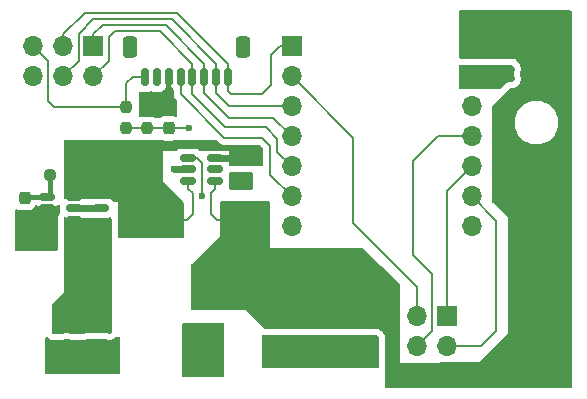
<source format=gbr>
%TF.GenerationSoftware,KiCad,Pcbnew,9.0.0*%
%TF.CreationDate,2025-05-03T14:05:23-04:00*%
%TF.ProjectId,Drone_ESC_Bridge,44726f6e-655f-4455-9343-5f4272696467,v1.1*%
%TF.SameCoordinates,Original*%
%TF.FileFunction,Copper,L1,Top*%
%TF.FilePolarity,Positive*%
%FSLAX46Y46*%
G04 Gerber Fmt 4.6, Leading zero omitted, Abs format (unit mm)*
G04 Created by KiCad (PCBNEW 9.0.0) date 2025-05-03 14:05:23*
%MOMM*%
%LPD*%
G01*
G04 APERTURE LIST*
G04 Aperture macros list*
%AMRoundRect*
0 Rectangle with rounded corners*
0 $1 Rounding radius*
0 $2 $3 $4 $5 $6 $7 $8 $9 X,Y pos of 4 corners*
0 Add a 4 corners polygon primitive as box body*
4,1,4,$2,$3,$4,$5,$6,$7,$8,$9,$2,$3,0*
0 Add four circle primitives for the rounded corners*
1,1,$1+$1,$2,$3*
1,1,$1+$1,$4,$5*
1,1,$1+$1,$6,$7*
1,1,$1+$1,$8,$9*
0 Add four rect primitives between the rounded corners*
20,1,$1+$1,$2,$3,$4,$5,0*
20,1,$1+$1,$4,$5,$6,$7,0*
20,1,$1+$1,$6,$7,$8,$9,0*
20,1,$1+$1,$8,$9,$2,$3,0*%
G04 Aperture macros list end*
%TA.AperFunction,SMDPad,CuDef*%
%ADD10RoundRect,0.249999X-0.450001X-1.075001X0.450001X-1.075001X0.450001X1.075001X-0.450001X1.075001X0*%
%TD*%
%TA.AperFunction,ComponentPad*%
%ADD11R,1.700000X1.700000*%
%TD*%
%TA.AperFunction,ComponentPad*%
%ADD12O,1.700000X1.700000*%
%TD*%
%TA.AperFunction,SMDPad,CuDef*%
%ADD13RoundRect,0.150000X-0.150000X-0.625000X0.150000X-0.625000X0.150000X0.625000X-0.150000X0.625000X0*%
%TD*%
%TA.AperFunction,SMDPad,CuDef*%
%ADD14RoundRect,0.250000X-0.350000X-0.650000X0.350000X-0.650000X0.350000X0.650000X-0.350000X0.650000X0*%
%TD*%
%TA.AperFunction,SMDPad,CuDef*%
%ADD15RoundRect,0.237500X-0.237500X0.300000X-0.237500X-0.300000X0.237500X-0.300000X0.237500X0.300000X0*%
%TD*%
%TA.AperFunction,SMDPad,CuDef*%
%ADD16RoundRect,0.237500X0.237500X-0.300000X0.237500X0.300000X-0.237500X0.300000X-0.237500X-0.300000X0*%
%TD*%
%TA.AperFunction,SMDPad,CuDef*%
%ADD17RoundRect,0.237500X-0.237500X0.250000X-0.237500X-0.250000X0.237500X-0.250000X0.237500X0.250000X0*%
%TD*%
%TA.AperFunction,SMDPad,CuDef*%
%ADD18RoundRect,0.150000X-0.512500X-0.150000X0.512500X-0.150000X0.512500X0.150000X-0.512500X0.150000X0*%
%TD*%
%TA.AperFunction,SMDPad,CuDef*%
%ADD19RoundRect,0.250000X-0.550000X1.500000X-0.550000X-1.500000X0.550000X-1.500000X0.550000X1.500000X0*%
%TD*%
%TA.AperFunction,SMDPad,CuDef*%
%ADD20RoundRect,0.237500X0.300000X0.237500X-0.300000X0.237500X-0.300000X-0.237500X0.300000X-0.237500X0*%
%TD*%
%TA.AperFunction,SMDPad,CuDef*%
%ADD21RoundRect,0.237500X0.250000X0.237500X-0.250000X0.237500X-0.250000X-0.237500X0.250000X-0.237500X0*%
%TD*%
%TA.AperFunction,SMDPad,CuDef*%
%ADD22RoundRect,0.237500X0.237500X-0.250000X0.237500X0.250000X-0.237500X0.250000X-0.237500X-0.250000X0*%
%TD*%
%TA.AperFunction,ViaPad*%
%ADD23C,0.600000*%
%TD*%
%TA.AperFunction,Conductor*%
%ADD24C,0.200000*%
%TD*%
%TA.AperFunction,Conductor*%
%ADD25C,0.600000*%
%TD*%
%TA.AperFunction,Conductor*%
%ADD26C,0.400000*%
%TD*%
G04 APERTURE END LIST*
D10*
%TO.P,R1,1*%
%TO.N,VIN*%
X129980000Y-121492000D03*
%TO.P,R1,2*%
%TO.N,+5V*%
X134780000Y-121492000D03*
%TD*%
D11*
%TO.P,SPI1,1,Pin_1*%
%TO.N,Net-(SPI1-Pin_1)*%
X153175000Y-129625000D03*
D12*
%TO.P,SPI1,2,Pin_2*%
%TO.N,Net-(SPI1-Pin_2)*%
X153175000Y-132165000D03*
%TO.P,SPI1,3,Pin_3*%
%TO.N,Net-(SPI1-Pin_3)*%
X150635000Y-129625000D03*
%TO.P,SPI1,4,Pin_4*%
%TO.N,Net-(SPI1-Pin_4)*%
X150635000Y-132165000D03*
%TD*%
D11*
%TO.P,JETSON_PWR1,1,Pin_1*%
%TO.N,+5V*%
X143775000Y-129625000D03*
D12*
%TO.P,JETSON_PWR1,2,Pin_2*%
%TO.N,GND*%
X143775000Y-132165000D03*
%TO.P,JETSON_PWR1,3,Pin_3*%
%TO.N,+5V*%
X141235000Y-129625000D03*
%TO.P,JETSON_PWR1,4,Pin_4*%
%TO.N,GND*%
X141235000Y-132165000D03*
%TD*%
D13*
%TO.P,ESC1,1,Pin_1*%
%TO.N,Net-(ESC1-Pin_1)*%
X127610000Y-109355000D03*
%TO.P,ESC1,2,Pin_2*%
%TO.N,unconnected-(ESC1-Pin_2-Pad2)*%
X128610000Y-109355000D03*
%TO.P,ESC1,3,Pin_3*%
%TO.N,GND*%
X129610000Y-109355000D03*
%TO.P,ESC1,4,Pin_4*%
%TO.N,Net-(ESC1-Pin_4)*%
X130610000Y-109355000D03*
%TO.P,ESC1,5,Pin_5*%
%TO.N,Net-(ESC1-Pin_5)*%
X131610000Y-109355000D03*
%TO.P,ESC1,6,Pin_6*%
%TO.N,Net-(ESC1-Pin_6)*%
X132610000Y-109355000D03*
%TO.P,ESC1,7,Pin_7*%
%TO.N,Net-(ESC1-Pin_7)*%
X133610000Y-109355000D03*
%TO.P,ESC1,8,Pin_8*%
%TO.N,Net-(ESC1-Pin_8)*%
X134610000Y-109355000D03*
D14*
%TO.P,ESC1,MP*%
%TO.N,N/C*%
X126310000Y-106830000D03*
X135910000Y-106830000D03*
%TD*%
D15*
%TO.P,C6,1*%
%TO.N,Net-(U2-VS)*%
X117394000Y-119613500D03*
%TO.P,C6,2*%
%TO.N,GND*%
X117394000Y-121338500D03*
%TD*%
D16*
%TO.P,C7,1*%
%TO.N,Net-(XIAO_R1-Pin_7)*%
X129600000Y-113700000D03*
%TO.P,C7,2*%
%TO.N,GND*%
X129600000Y-111975000D03*
%TD*%
D17*
%TO.P,R3,1*%
%TO.N,Net-(ESC1-Pin_1)*%
X126000000Y-111887500D03*
%TO.P,R3,2*%
%TO.N,Net-(XIAO_R1-Pin_7)*%
X126000000Y-113712500D03*
%TD*%
D15*
%TO.P,C2,1*%
%TO.N,VIN*%
X135428000Y-116311500D03*
%TO.P,C2,2*%
%TO.N,GND*%
X135428000Y-118036500D03*
%TD*%
%TO.P,C1,1*%
%TO.N,+5V*%
X146300000Y-130037500D03*
%TO.P,C1,2*%
%TO.N,GND*%
X146300000Y-131762500D03*
%TD*%
D11*
%TO.P,VBUCK1,1,Pin_1*%
%TO.N,GND*%
X123495000Y-132419000D03*
D12*
%TO.P,VBUCK1,2,Pin_2*%
X120955000Y-132419000D03*
%TO.P,VBUCK1,3,Pin_3*%
%TO.N,Net-(Q1-S)*%
X123495000Y-129879000D03*
%TO.P,VBUCK1,4,Pin_4*%
X120955000Y-129879000D03*
%TD*%
D18*
%TO.P,U1,1*%
%TO.N,VSENSE*%
X131242500Y-116224000D03*
%TO.P,U1,2,V-*%
%TO.N,GND*%
X131242500Y-117174000D03*
%TO.P,U1,3,+*%
%TO.N,VIN*%
X131242500Y-118124000D03*
%TO.P,U1,4,-*%
%TO.N,+5V*%
X133517500Y-118124000D03*
%TO.P,U1,5*%
%TO.N,N/C*%
X133517500Y-117174000D03*
%TO.P,U1,6,V+*%
%TO.N,VIN*%
X133517500Y-116224000D03*
%TD*%
%TO.P,Q1,1,G*%
%TO.N,Net-(Q1-G)*%
X123876500Y-120476000D03*
%TO.P,Q1,2,S*%
%TO.N,Net-(Q1-S)*%
X123876500Y-122376000D03*
%TO.P,Q1,3,D*%
%TO.N,VIN*%
X126151500Y-121426000D03*
%TD*%
D19*
%TO.P,C5,1*%
%TO.N,+5V*%
X132500000Y-127100000D03*
%TO.P,C5,2*%
%TO.N,GND*%
X132500000Y-132500000D03*
%TD*%
D20*
%TO.P,C3,1*%
%TO.N,Net-(Q1-S)*%
X121362500Y-123270000D03*
%TO.P,C3,2*%
%TO.N,GND*%
X119637500Y-123270000D03*
%TD*%
D15*
%TO.P,C4,1*%
%TO.N,+5V*%
X138700000Y-130037500D03*
%TO.P,C4,2*%
%TO.N,GND*%
X138700000Y-131762500D03*
%TD*%
D11*
%TO.P,ESC_DEBUG1,1,Pin_1*%
%TO.N,Net-(ESC1-Pin_6)*%
X123221000Y-106755000D03*
D12*
%TO.P,ESC_DEBUG1,2,Pin_2*%
%TO.N,Net-(ESC1-Pin_5)*%
X123221000Y-109295000D03*
%TO.P,ESC_DEBUG1,3,Pin_3*%
%TO.N,Net-(ESC1-Pin_8)*%
X120681000Y-106755000D03*
%TO.P,ESC_DEBUG1,4,Pin_4*%
%TO.N,Net-(ESC1-Pin_7)*%
X120681000Y-109295000D03*
%TO.P,ESC_DEBUG1,5,Pin_5*%
%TO.N,Net-(ESC1-Pin_1)*%
X118141000Y-106755000D03*
%TO.P,ESC_DEBUG1,6,Pin_6*%
%TO.N,GND*%
X118141000Y-109295000D03*
%TD*%
D15*
%TO.P,C8,1*%
%TO.N,+5V*%
X157780000Y-107167500D03*
%TO.P,C8,2*%
%TO.N,GND*%
X157780000Y-108892500D03*
%TD*%
D21*
%TO.P,R2,1*%
%TO.N,VIN*%
X121354500Y-117682000D03*
%TO.P,R2,2*%
%TO.N,Net-(U2-VS)*%
X119529500Y-117682000D03*
%TD*%
D11*
%TO.P,XIAO_L1,1,Pin_1*%
%TO.N,Net-(ESC1-Pin_8)*%
X140000000Y-106760000D03*
D12*
%TO.P,XIAO_L1,2,Pin_2*%
%TO.N,Net-(SPI1-Pin_3)*%
X140000000Y-109300000D03*
%TO.P,XIAO_L1,3,Pin_3*%
%TO.N,Net-(ESC1-Pin_7)*%
X140000000Y-111840000D03*
%TO.P,XIAO_L1,4,Pin_4*%
%TO.N,Net-(ESC1-Pin_6)*%
X140000000Y-114380000D03*
%TO.P,XIAO_L1,5,Pin_5*%
%TO.N,Net-(ESC1-Pin_5)*%
X140000000Y-116920000D03*
%TO.P,XIAO_L1,6,Pin_6*%
%TO.N,Net-(ESC1-Pin_4)*%
X140000000Y-119460000D03*
%TO.P,XIAO_L1,7,Pin_7*%
%TO.N,VSENSE*%
X140000000Y-122000000D03*
%TD*%
D22*
%TO.P,R4,1*%
%TO.N,Net-(XIAO_R1-Pin_7)*%
X127800000Y-113712500D03*
%TO.P,R4,2*%
%TO.N,GND*%
X127800000Y-111887500D03*
%TD*%
D11*
%TO.P,XIAO_R1,1,Pin_1*%
%TO.N,+5V*%
X155240000Y-106760000D03*
D12*
%TO.P,XIAO_R1,2,Pin_2*%
%TO.N,GND*%
X155240000Y-109300000D03*
%TO.P,XIAO_R1,3,Pin_3*%
%TO.N,unconnected-(XIAO_R1-Pin_3-Pad3)*%
X155240000Y-111840000D03*
%TO.P,XIAO_R1,4,Pin_4*%
%TO.N,Net-(SPI1-Pin_4)*%
X155240000Y-114380000D03*
%TO.P,XIAO_R1,5,Pin_5*%
%TO.N,Net-(SPI1-Pin_1)*%
X155240000Y-116920000D03*
%TO.P,XIAO_R1,6,Pin_6*%
%TO.N,Net-(SPI1-Pin_2)*%
X155240000Y-119460000D03*
%TO.P,XIAO_R1,7,Pin_7*%
%TO.N,Net-(XIAO_R1-Pin_7)*%
X155240000Y-122000000D03*
%TD*%
D18*
%TO.P,U2,1,VS*%
%TO.N,Net-(U2-VS)*%
X119304500Y-119526000D03*
%TO.P,U2,2,GND*%
%TO.N,GND*%
X119304500Y-120476000D03*
%TO.P,U2,3,OFF*%
X119304500Y-121426000D03*
%TO.P,U2,4,IN*%
%TO.N,Net-(Q1-S)*%
X121579500Y-121426000D03*
%TO.P,U2,5,GATE*%
%TO.N,Net-(Q1-G)*%
X121579500Y-120476000D03*
%TO.P,U2,6,OUT*%
%TO.N,VIN*%
X121579500Y-119526000D03*
%TD*%
D23*
%TO.N,GND*%
X158600000Y-108700000D03*
X124752000Y-132914000D03*
X124752000Y-131898000D03*
X118500000Y-122800000D03*
X117000000Y-122200000D03*
X133700000Y-133800000D03*
X119672000Y-131898000D03*
X123990000Y-133676000D03*
X119700000Y-122100000D03*
X147100000Y-131500000D03*
X129600000Y-110900000D03*
X137900000Y-131500000D03*
X158600000Y-109500000D03*
X131300000Y-131200000D03*
X122974000Y-133676000D03*
X137900000Y-132400000D03*
X133700000Y-132500000D03*
X118900000Y-122100000D03*
X136300000Y-118500000D03*
X147100000Y-132400000D03*
X138700000Y-132700000D03*
X119672000Y-132914000D03*
X157780000Y-109800000D03*
X133700000Y-131200000D03*
X131300000Y-133800000D03*
X131300000Y-132500000D03*
X130086000Y-117166000D03*
X136300000Y-117800000D03*
X120434000Y-133676000D03*
X118500000Y-123700000D03*
X146300000Y-132700000D03*
X117800000Y-122200000D03*
X121450000Y-133676000D03*
X127800000Y-110900000D03*
%TO.N,VSENSE*%
X132400000Y-119400000D03*
%TO.N,Net-(XIAO_R1-Pin_7)*%
X131300000Y-113700000D03*
%TD*%
D24*
%TO.N,+5V*%
X134780000Y-121492000D02*
X133650000Y-121492000D01*
X133142000Y-120984000D02*
X133142000Y-119206000D01*
X133142000Y-119206000D02*
X133517500Y-118830500D01*
X133517500Y-118830500D02*
X133517500Y-118124000D01*
X133650000Y-121492000D02*
X133142000Y-120984000D01*
D25*
%TO.N,GND*%
X131242500Y-117174000D02*
X130094000Y-117174000D01*
X130094000Y-117174000D02*
X130086000Y-117166000D01*
D24*
%TO.N,VIN*%
X131618000Y-120984000D02*
X131618000Y-119206000D01*
X129980000Y-121492000D02*
X131110000Y-121492000D01*
D25*
X133517500Y-116224000D02*
X135340500Y-116224000D01*
X135340500Y-116224000D02*
X135428000Y-116311500D01*
D24*
X131110000Y-121492000D02*
X131618000Y-120984000D01*
X131618000Y-119206000D02*
X131242500Y-118830500D01*
X131242500Y-118830500D02*
X131242500Y-118124000D01*
D26*
%TO.N,Net-(U2-VS)*%
X119529500Y-117682000D02*
X119529500Y-119301000D01*
X119304500Y-119526000D02*
X117481500Y-119526000D01*
X119529500Y-119301000D02*
X119304500Y-119526000D01*
D24*
%TO.N,Net-(ESC1-Pin_5)*%
X131610000Y-109355000D02*
X131610000Y-110810000D01*
X138800000Y-115700000D02*
X140000000Y-116900000D01*
X131610000Y-110810000D02*
X134400000Y-113600000D01*
X124506000Y-105998000D02*
X124506000Y-108010000D01*
X138800000Y-114600000D02*
X138800000Y-115700000D01*
X131610000Y-108276000D02*
X128824000Y-105490000D01*
X137800000Y-113600000D02*
X138800000Y-114600000D01*
X128824000Y-105490000D02*
X125014000Y-105490000D01*
X140000000Y-116900000D02*
X140000000Y-116920000D01*
X134400000Y-113600000D02*
X137800000Y-113600000D01*
X125014000Y-105490000D02*
X124506000Y-105998000D01*
X131610000Y-109355000D02*
X131610000Y-108276000D01*
X124506000Y-108010000D02*
X123221000Y-109295000D01*
%TO.N,Net-(ESC1-Pin_4)*%
X130610000Y-110810000D02*
X134300000Y-114500000D01*
X134300000Y-114500000D02*
X137500000Y-114500000D01*
X137500000Y-114500000D02*
X138200000Y-115200000D01*
X138200000Y-117660000D02*
X140000000Y-119460000D01*
X138200000Y-115200000D02*
X138200000Y-117660000D01*
X130610000Y-109355000D02*
X130610000Y-110810000D01*
%TO.N,Net-(ESC1-Pin_7)*%
X129840000Y-104474000D02*
X123219000Y-104474000D01*
X133610000Y-110710000D02*
X134740000Y-111840000D01*
X123219000Y-104474000D02*
X121966000Y-105727000D01*
X133610000Y-108244000D02*
X129840000Y-104474000D01*
X133610000Y-109355000D02*
X133610000Y-110710000D01*
X133610000Y-109355000D02*
X133610000Y-108244000D01*
X121966000Y-108010000D02*
X120681000Y-109295000D01*
X134740000Y-111840000D02*
X140000000Y-111840000D01*
X121966000Y-105727000D02*
X121966000Y-108010000D01*
%TO.N,Net-(ESC1-Pin_8)*%
X138222000Y-107522000D02*
X138222000Y-110062000D01*
X137460000Y-110824000D02*
X134856500Y-110824000D01*
X134610000Y-109355000D02*
X134610000Y-108252501D01*
X120681000Y-105759000D02*
X120681000Y-106755000D01*
X134610000Y-108252501D02*
X130323499Y-103966000D01*
X134856500Y-110824000D02*
X134610000Y-110577500D01*
X138222000Y-110062000D02*
X137460000Y-110824000D01*
X122474000Y-103966000D02*
X120681000Y-105759000D01*
X134610000Y-110577500D02*
X134610000Y-109355000D01*
X138984000Y-106760000D02*
X138222000Y-107522000D01*
X130323499Y-103966000D02*
X122474000Y-103966000D01*
X140000000Y-106760000D02*
X138984000Y-106760000D01*
%TO.N,Net-(ESC1-Pin_6)*%
X138420000Y-112800000D02*
X140000000Y-114380000D01*
X132610000Y-108260000D02*
X129332000Y-104982000D01*
X129332000Y-104982000D02*
X123998000Y-104982000D01*
X123998000Y-104982000D02*
X123221000Y-105759000D01*
X132610000Y-110710000D02*
X134700000Y-112800000D01*
X123221000Y-105759000D02*
X123221000Y-106755000D01*
X134700000Y-112800000D02*
X138420000Y-112800000D01*
X132610000Y-109355000D02*
X132610000Y-110710000D01*
X132610000Y-109355000D02*
X132610000Y-108260000D01*
D25*
%TO.N,Net-(Q1-G)*%
X121579500Y-120476000D02*
X123876500Y-120476000D01*
D24*
%TO.N,VSENSE*%
X132015061Y-116224000D02*
X131242500Y-116224000D01*
X132400000Y-119400000D02*
X132400000Y-116608939D01*
X132400000Y-116608939D02*
X132015061Y-116224000D01*
%TO.N,Net-(SPI1-Pin_1)*%
X153175000Y-129625000D02*
X153175000Y-118985000D01*
X153175000Y-118985000D02*
X155240000Y-116920000D01*
%TO.N,Net-(SPI1-Pin_3)*%
X150635000Y-129625000D02*
X150635000Y-127135000D01*
X145200000Y-114500000D02*
X140000000Y-109300000D01*
X150635000Y-127135000D02*
X145200000Y-121700000D01*
X145200000Y-121700000D02*
X145200000Y-114500000D01*
%TO.N,Net-(SPI1-Pin_4)*%
X150300000Y-124400000D02*
X150300000Y-116500000D01*
X150300000Y-116500000D02*
X152420000Y-114380000D01*
X152420000Y-114380000D02*
X155240000Y-114380000D01*
X151900000Y-126000000D02*
X150300000Y-124400000D01*
X151900000Y-130900000D02*
X151900000Y-126000000D01*
X150635000Y-132165000D02*
X151900000Y-130900000D01*
%TO.N,Net-(SPI1-Pin_2)*%
X153175000Y-132165000D02*
X156035000Y-132165000D01*
X156035000Y-132165000D02*
X157300000Y-130900000D01*
X157300000Y-130900000D02*
X157300000Y-121520000D01*
X157300000Y-121520000D02*
X155240000Y-119460000D01*
%TO.N,Net-(ESC1-Pin_1)*%
X119400000Y-108014000D02*
X118141000Y-106755000D01*
X127610000Y-109355000D02*
X126545000Y-109355000D01*
X119400000Y-111400000D02*
X119400000Y-108014000D01*
X126000000Y-111887500D02*
X119887500Y-111887500D01*
X119887500Y-111887500D02*
X119400000Y-111400000D01*
X126545000Y-109355000D02*
X126000000Y-109900000D01*
X126000000Y-109900000D02*
X126000000Y-111887500D01*
%TO.N,Net-(XIAO_R1-Pin_7)*%
X131300000Y-113700000D02*
X130000000Y-113700000D01*
X126000000Y-113712500D02*
X128000000Y-113712500D01*
X128000000Y-113712500D02*
X129987500Y-113712500D01*
X129987500Y-113712500D02*
X130000000Y-113700000D01*
%TD*%
%TA.AperFunction,Conductor*%
%TO.N,GND*%
G36*
X134243039Y-130219685D02*
G01*
X134288794Y-130272489D01*
X134300000Y-130324000D01*
X134300000Y-134676000D01*
X134280315Y-134743039D01*
X134227511Y-134788794D01*
X134176000Y-134800000D01*
X130824000Y-134800000D01*
X130756961Y-134780315D01*
X130711206Y-134727511D01*
X130700000Y-134676000D01*
X130700000Y-130324000D01*
X130719685Y-130256961D01*
X130772489Y-130211206D01*
X130824000Y-130200000D01*
X134176000Y-130200000D01*
X134243039Y-130219685D01*
G37*
%TD.AperFunction*%
%TD*%
%TA.AperFunction,Conductor*%
%TO.N,+5V*%
G36*
X163672539Y-103738185D02*
G01*
X163718294Y-103790989D01*
X163729500Y-103842500D01*
X163729500Y-135593500D01*
X163709815Y-135660539D01*
X163657011Y-135706294D01*
X163605500Y-135717500D01*
X148024000Y-135717500D01*
X147956961Y-135697815D01*
X147911206Y-135645011D01*
X147900000Y-135593500D01*
X147900000Y-132481355D01*
X147900500Y-132478842D01*
X147900500Y-132321158D01*
X147900000Y-132318644D01*
X147900000Y-131590009D01*
X147900500Y-131579841D01*
X147900500Y-131420168D01*
X147900000Y-131409990D01*
X147900000Y-131200000D01*
X147795020Y-131095020D01*
X147779599Y-131076229D01*
X147721792Y-130989715D01*
X147721786Y-130989707D01*
X147610289Y-130878210D01*
X147523769Y-130820400D01*
X147504979Y-130804979D01*
X147400000Y-130700000D01*
X147181356Y-130700000D01*
X147178842Y-130699500D01*
X147021158Y-130699500D01*
X147018644Y-130700000D01*
X137990010Y-130700000D01*
X137979832Y-130699500D01*
X137978842Y-130699500D01*
X137837772Y-130699500D01*
X137770733Y-130679815D01*
X137752492Y-130665518D01*
X136100000Y-129100000D01*
X131624000Y-129100000D01*
X131556961Y-129080315D01*
X131511206Y-129027511D01*
X131500000Y-128976000D01*
X131500000Y-125251422D01*
X131519685Y-125184383D01*
X131536389Y-125163670D01*
X133904000Y-122800000D01*
X133904000Y-120024000D01*
X133923685Y-119956961D01*
X133976489Y-119911206D01*
X134028000Y-119900000D01*
X138076000Y-119900000D01*
X138143039Y-119919685D01*
X138188794Y-119972489D01*
X138200000Y-120024000D01*
X138200000Y-123800000D01*
X145850538Y-123800000D01*
X145917577Y-123819685D01*
X145935883Y-123834043D01*
X149161345Y-126894111D01*
X149196431Y-126954532D01*
X149200000Y-126984068D01*
X149200000Y-133600000D01*
X155912781Y-133502714D01*
X158300000Y-131000000D01*
X158300000Y-121216000D01*
X157039293Y-120036754D01*
X157003781Y-119976582D01*
X157000000Y-119946196D01*
X157000000Y-113096711D01*
X158879500Y-113096711D01*
X158879500Y-113339288D01*
X158911161Y-113579785D01*
X158973947Y-113814104D01*
X159066773Y-114038205D01*
X159066776Y-114038212D01*
X159188064Y-114248289D01*
X159188066Y-114248292D01*
X159188067Y-114248293D01*
X159335733Y-114440736D01*
X159335739Y-114440743D01*
X159507256Y-114612260D01*
X159507262Y-114612265D01*
X159699711Y-114759936D01*
X159909788Y-114881224D01*
X160133900Y-114974054D01*
X160368211Y-115036838D01*
X160540934Y-115059577D01*
X160608711Y-115068500D01*
X160608712Y-115068500D01*
X160851289Y-115068500D01*
X160919066Y-115059577D01*
X161091789Y-115036838D01*
X161326100Y-114974054D01*
X161550212Y-114881224D01*
X161760289Y-114759936D01*
X161952738Y-114612265D01*
X162124265Y-114440738D01*
X162271936Y-114248289D01*
X162393224Y-114038212D01*
X162486054Y-113814100D01*
X162548838Y-113579789D01*
X162580500Y-113339288D01*
X162580500Y-113096712D01*
X162548838Y-112856211D01*
X162486054Y-112621900D01*
X162393224Y-112397788D01*
X162271936Y-112187711D01*
X162124265Y-111995262D01*
X162124260Y-111995256D01*
X161952743Y-111823739D01*
X161952736Y-111823733D01*
X161760293Y-111676067D01*
X161760292Y-111676066D01*
X161760289Y-111676064D01*
X161550212Y-111554776D01*
X161550205Y-111554773D01*
X161326104Y-111461947D01*
X161091785Y-111399161D01*
X160851289Y-111367500D01*
X160851288Y-111367500D01*
X160608712Y-111367500D01*
X160608711Y-111367500D01*
X160368214Y-111399161D01*
X160133895Y-111461947D01*
X159909794Y-111554773D01*
X159909785Y-111554777D01*
X159699706Y-111676067D01*
X159507263Y-111823733D01*
X159507256Y-111823739D01*
X159335739Y-111995256D01*
X159335733Y-111995263D01*
X159188067Y-112187706D01*
X159066777Y-112397785D01*
X159066773Y-112397794D01*
X158973947Y-112621895D01*
X158911161Y-112856214D01*
X158879500Y-113096711D01*
X157000000Y-113096711D01*
X157000000Y-111851361D01*
X157019685Y-111784322D01*
X157036314Y-111763685D01*
X158463182Y-110336817D01*
X158524503Y-110303334D01*
X158550861Y-110300500D01*
X158678844Y-110300500D01*
X158678845Y-110300499D01*
X158833497Y-110269737D01*
X158979179Y-110209394D01*
X159110289Y-110121789D01*
X159221789Y-110010289D01*
X159309394Y-109879179D01*
X159369737Y-109733497D01*
X159400500Y-109578842D01*
X159400500Y-109421158D01*
X159400500Y-109421155D01*
X159400499Y-109421153D01*
X159369738Y-109266510D01*
X159369737Y-109266503D01*
X159320425Y-109147452D01*
X159312956Y-109077983D01*
X159320425Y-109052548D01*
X159369735Y-108933501D01*
X159369737Y-108933497D01*
X159400500Y-108778842D01*
X159400500Y-108621158D01*
X159400500Y-108621155D01*
X159400499Y-108621153D01*
X159394737Y-108592184D01*
X159369737Y-108466503D01*
X159350561Y-108420208D01*
X159309397Y-108320827D01*
X159309390Y-108320814D01*
X159221789Y-108189711D01*
X159221786Y-108189707D01*
X159110292Y-108078213D01*
X159110288Y-108078210D01*
X159055109Y-108041340D01*
X159010304Y-107987727D01*
X159000000Y-107938238D01*
X159000000Y-107800000D01*
X154324000Y-107800000D01*
X154256961Y-107780315D01*
X154211206Y-107727511D01*
X154200000Y-107676000D01*
X154200000Y-103842500D01*
X154219685Y-103775461D01*
X154272489Y-103729706D01*
X154324000Y-103718500D01*
X163605500Y-103718500D01*
X163672539Y-103738185D01*
G37*
%TD.AperFunction*%
%TD*%
%TA.AperFunction,Conductor*%
%TO.N,GND*%
G36*
X120350050Y-120184059D02*
G01*
X120400296Y-120232609D01*
X120416500Y-120293895D01*
X120416500Y-120691701D01*
X120419401Y-120728567D01*
X120434012Y-120778858D01*
X120433812Y-120848728D01*
X120396074Y-120907220D01*
X120389708Y-120912728D01*
X120295407Y-121021390D01*
X120295403Y-121021395D01*
X120235532Y-121152228D01*
X120216422Y-121217126D01*
X120215923Y-121218714D01*
X120215797Y-121219248D01*
X120195212Y-121361655D01*
X120193234Y-123976094D01*
X120173499Y-124043118D01*
X120120660Y-124088833D01*
X120069234Y-124100000D01*
X116724000Y-124100000D01*
X116656961Y-124080315D01*
X116611206Y-124027511D01*
X116600000Y-123976000D01*
X116600000Y-120659517D01*
X116619685Y-120592478D01*
X116672489Y-120546723D01*
X116741647Y-120536779D01*
X116789094Y-120553977D01*
X116842484Y-120586908D01*
X117006247Y-120641174D01*
X117107323Y-120651500D01*
X117680676Y-120651499D01*
X117680684Y-120651498D01*
X117680687Y-120651498D01*
X117736030Y-120645844D01*
X117781753Y-120641174D01*
X117945516Y-120586908D01*
X118092350Y-120496340D01*
X118214340Y-120374350D01*
X118269202Y-120285403D01*
X118276788Y-120278580D01*
X118281028Y-120269297D01*
X118302328Y-120255608D01*
X118321150Y-120238679D01*
X118332785Y-120236034D01*
X118339806Y-120231523D01*
X118374741Y-120226500D01*
X118411031Y-120226500D01*
X118474151Y-120243767D01*
X118531602Y-120277744D01*
X118534480Y-120278580D01*
X118689426Y-120323597D01*
X118689429Y-120323597D01*
X118689431Y-120323598D01*
X118726306Y-120326500D01*
X118726314Y-120326500D01*
X119882686Y-120326500D01*
X119882694Y-120326500D01*
X119919569Y-120323598D01*
X119919571Y-120323597D01*
X119919573Y-120323597D01*
X120021806Y-120293895D01*
X120077398Y-120277744D01*
X120218865Y-120194081D01*
X120218864Y-120194081D01*
X120225580Y-120190110D01*
X120226655Y-120191928D01*
X120281532Y-120170381D01*
X120350050Y-120184059D01*
G37*
%TD.AperFunction*%
%TD*%
%TA.AperFunction,Conductor*%
%TO.N,Net-(Q1-S)*%
G36*
X120859307Y-121243057D02*
G01*
X120964426Y-121273597D01*
X120964429Y-121273597D01*
X120964431Y-121273598D01*
X121001306Y-121276500D01*
X121001314Y-121276500D01*
X124454686Y-121276500D01*
X124454694Y-121276500D01*
X124491569Y-121273598D01*
X124491571Y-121273597D01*
X124491573Y-121273597D01*
X124606219Y-121240289D01*
X124676088Y-121240488D01*
X124734758Y-121278430D01*
X124763602Y-121342068D01*
X124764814Y-121359426D01*
X124760081Y-130978506D01*
X124751130Y-131008930D01*
X124743836Y-131039804D01*
X124741340Y-131042211D01*
X124740363Y-131045536D01*
X124716383Y-131066294D01*
X124693557Y-131088320D01*
X124689138Y-131089878D01*
X124687537Y-131091265D01*
X124660273Y-131100062D01*
X124603275Y-131111400D01*
X124535750Y-131105965D01*
X124452482Y-131074908D01*
X124452483Y-131074908D01*
X124392883Y-131068501D01*
X124392881Y-131068500D01*
X124392873Y-131068500D01*
X124392864Y-131068500D01*
X122597129Y-131068500D01*
X122597123Y-131068501D01*
X122537516Y-131074908D01*
X122402671Y-131125202D01*
X122396025Y-131128832D01*
X122336597Y-131144000D01*
X121420902Y-131144000D01*
X121382584Y-131137931D01*
X121271240Y-131101753D01*
X121109957Y-131076208D01*
X121061287Y-131068500D01*
X120848713Y-131068500D01*
X120845424Y-131069021D01*
X120638759Y-131101753D01*
X120527416Y-131137931D01*
X120489098Y-131144000D01*
X119968154Y-131144000D01*
X119939940Y-131140748D01*
X119930072Y-131138442D01*
X119905497Y-131128263D01*
X119777792Y-131102860D01*
X119775786Y-131102392D01*
X119747096Y-131086150D01*
X119717897Y-131070876D01*
X119716840Y-131069021D01*
X119714984Y-131067970D01*
X119699640Y-131038815D01*
X119683323Y-131010160D01*
X119682971Y-131007141D01*
X119682444Y-131006140D01*
X119682619Y-131004122D01*
X119680000Y-130981644D01*
X119680000Y-128655362D01*
X119699685Y-128588323D01*
X119716319Y-128567681D01*
X120695999Y-127588001D01*
X120696000Y-127588000D01*
X120700713Y-121362032D01*
X120720447Y-121295015D01*
X120773286Y-121249300D01*
X120842452Y-121239409D01*
X120859307Y-121243057D01*
G37*
%TD.AperFunction*%
%TD*%
%TA.AperFunction,Conductor*%
%TO.N,GND*%
G36*
X129752539Y-108619685D02*
G01*
X129798294Y-108672489D01*
X129809500Y-108724000D01*
X129809500Y-110045701D01*
X129812401Y-110082567D01*
X129812402Y-110082573D01*
X129858254Y-110240393D01*
X129858255Y-110240396D01*
X129941917Y-110381862D01*
X129941923Y-110381870D01*
X129973180Y-110413126D01*
X129987885Y-110440056D01*
X130004477Y-110465873D01*
X130005368Y-110472071D01*
X130006666Y-110474448D01*
X130009500Y-110500808D01*
X130009500Y-110723330D01*
X130009499Y-110723348D01*
X130009499Y-110889054D01*
X130009498Y-110889054D01*
X130050423Y-111041785D01*
X130079358Y-111091900D01*
X130079359Y-111091904D01*
X130079360Y-111091904D01*
X130129479Y-111178714D01*
X130129481Y-111178717D01*
X130248349Y-111297585D01*
X130248355Y-111297590D01*
X130263681Y-111312916D01*
X130297166Y-111374239D01*
X130300000Y-111400597D01*
X130300000Y-112604074D01*
X130280315Y-112671113D01*
X130227511Y-112716868D01*
X130158353Y-112726812D01*
X130136997Y-112721780D01*
X129987755Y-112672326D01*
X129987751Y-112672325D01*
X129886678Y-112662000D01*
X129313330Y-112662000D01*
X129313312Y-112662001D01*
X129212247Y-112672325D01*
X129048484Y-112726592D01*
X129048481Y-112726593D01*
X128959401Y-112781539D01*
X128894304Y-112800000D01*
X128402397Y-112800000D01*
X128358718Y-112790315D01*
X128358371Y-112791364D01*
X128351517Y-112789093D01*
X128351516Y-112789092D01*
X128187753Y-112734826D01*
X128187751Y-112734825D01*
X128086678Y-112724500D01*
X127513330Y-112724500D01*
X127513312Y-112724501D01*
X127412247Y-112734825D01*
X127412244Y-112734826D01*
X127263004Y-112784280D01*
X127193176Y-112786682D01*
X127133134Y-112750950D01*
X127101941Y-112688430D01*
X127100000Y-112666574D01*
X127100000Y-110717959D01*
X127119685Y-110650920D01*
X127172489Y-110605165D01*
X127241647Y-110595221D01*
X127258589Y-110598881D01*
X127357431Y-110627598D01*
X127394306Y-110630500D01*
X127394314Y-110630500D01*
X127825686Y-110630500D01*
X127825694Y-110630500D01*
X127862569Y-110627598D01*
X127862571Y-110627597D01*
X127862573Y-110627597D01*
X127939783Y-110605165D01*
X128020398Y-110581744D01*
X128030213Y-110575939D01*
X128046878Y-110566084D01*
X128114601Y-110548900D01*
X128173122Y-110566084D01*
X128199598Y-110581742D01*
X128199599Y-110581742D01*
X128199602Y-110581744D01*
X128241224Y-110593836D01*
X128357426Y-110627597D01*
X128357429Y-110627597D01*
X128357431Y-110627598D01*
X128394306Y-110630500D01*
X128394314Y-110630500D01*
X128825686Y-110630500D01*
X128825694Y-110630500D01*
X128862569Y-110627598D01*
X128862571Y-110627597D01*
X128862573Y-110627597D01*
X128939783Y-110605165D01*
X129020398Y-110581744D01*
X129161865Y-110498081D01*
X129278081Y-110381865D01*
X129361744Y-110240398D01*
X129407598Y-110082569D01*
X129410500Y-110045694D01*
X129410500Y-108724000D01*
X129413050Y-108715314D01*
X129411762Y-108706353D01*
X129422740Y-108682312D01*
X129430185Y-108656961D01*
X129437025Y-108651033D01*
X129440787Y-108642797D01*
X129463021Y-108628507D01*
X129482989Y-108611206D01*
X129493503Y-108608918D01*
X129499565Y-108605023D01*
X129534500Y-108600000D01*
X129685500Y-108600000D01*
X129752539Y-108619685D01*
G37*
%TD.AperFunction*%
%TD*%
%TA.AperFunction,Conductor*%
%TO.N,GND*%
G36*
X158626153Y-108325185D02*
G01*
X158654261Y-108349982D01*
X158667229Y-108365499D01*
X158667231Y-108365501D01*
X158774267Y-108461648D01*
X158777899Y-108464075D01*
X158796685Y-108479492D01*
X158820502Y-108503308D01*
X158835925Y-108522100D01*
X158854638Y-108550106D01*
X158866098Y-108571546D01*
X158878990Y-108602671D01*
X158886045Y-108625927D01*
X158892617Y-108658961D01*
X158895000Y-108683156D01*
X158895000Y-108716839D01*
X158892616Y-108741035D01*
X158886043Y-108774073D01*
X158878989Y-108797327D01*
X158853404Y-108859097D01*
X158835401Y-108910128D01*
X158827936Y-108935552D01*
X158827933Y-108935561D01*
X158815486Y-108988234D01*
X158810543Y-109126697D01*
X158810353Y-109132021D01*
X158817822Y-109201490D01*
X158817823Y-109201497D01*
X158817824Y-109201498D01*
X158853398Y-109340882D01*
X158853406Y-109340906D01*
X158878990Y-109402671D01*
X158886046Y-109425929D01*
X158892617Y-109458960D01*
X158895000Y-109483154D01*
X158895000Y-109516839D01*
X158892616Y-109541035D01*
X158886043Y-109574073D01*
X158878988Y-109597329D01*
X158866098Y-109628449D01*
X158854639Y-109649888D01*
X158835920Y-109677903D01*
X158820499Y-109696693D01*
X158796693Y-109720499D01*
X158777903Y-109735920D01*
X158749885Y-109754641D01*
X158728446Y-109766100D01*
X158697328Y-109778989D01*
X158674071Y-109786045D01*
X158657340Y-109789373D01*
X158641031Y-109792617D01*
X158616841Y-109795000D01*
X158550859Y-109795000D01*
X158496810Y-109797897D01*
X158496809Y-109797897D01*
X158470476Y-109800729D01*
X158470449Y-109800732D01*
X158417059Y-109809384D01*
X158417053Y-109809385D01*
X158282246Y-109859665D01*
X158282239Y-109859668D01*
X158222880Y-109892080D01*
X158221406Y-109892850D01*
X158220923Y-109893148D01*
X158105741Y-109979373D01*
X158105729Y-109979384D01*
X157721434Y-110363681D01*
X157660111Y-110397166D01*
X157633753Y-110400000D01*
X154324000Y-110400000D01*
X154256961Y-110380315D01*
X154211206Y-110327511D01*
X154200000Y-110276000D01*
X154200000Y-108429500D01*
X154219685Y-108362461D01*
X154272489Y-108316706D01*
X154324000Y-108305500D01*
X158559114Y-108305500D01*
X158626153Y-108325185D01*
G37*
%TD.AperFunction*%
%TD*%
%TA.AperFunction,Conductor*%
%TO.N,VIN*%
G36*
X125570359Y-114676294D02*
G01*
X125597140Y-114685168D01*
X125612247Y-114690174D01*
X125713323Y-114700500D01*
X126286676Y-114700499D01*
X126286684Y-114700498D01*
X126286687Y-114700498D01*
X126342030Y-114694844D01*
X126387753Y-114690174D01*
X126429640Y-114676293D01*
X126468644Y-114670000D01*
X127331356Y-114670000D01*
X127370359Y-114676294D01*
X127397140Y-114685168D01*
X127412247Y-114690174D01*
X127513323Y-114700500D01*
X128086676Y-114700499D01*
X128086684Y-114700498D01*
X128086687Y-114700498D01*
X128142030Y-114694844D01*
X128187753Y-114690174D01*
X128229640Y-114676293D01*
X128268644Y-114670000D01*
X129018190Y-114670000D01*
X129057192Y-114676293D01*
X129212247Y-114727674D01*
X129313323Y-114738000D01*
X129886676Y-114737999D01*
X129886684Y-114737998D01*
X129886687Y-114737998D01*
X129942030Y-114732344D01*
X129987753Y-114727674D01*
X130142807Y-114676293D01*
X130181810Y-114670000D01*
X133569403Y-114670000D01*
X133598843Y-114678644D01*
X133628830Y-114685168D01*
X133633845Y-114688922D01*
X133636442Y-114689685D01*
X133657084Y-114706319D01*
X133815139Y-114864374D01*
X133815149Y-114864385D01*
X133819479Y-114868715D01*
X133819480Y-114868716D01*
X133931284Y-114980520D01*
X134018095Y-115030639D01*
X134018097Y-115030641D01*
X134056151Y-115052611D01*
X134068215Y-115059577D01*
X134220943Y-115100501D01*
X134220946Y-115100501D01*
X134386653Y-115100501D01*
X134386669Y-115100500D01*
X137199903Y-115100500D01*
X137266942Y-115120185D01*
X137287584Y-115136819D01*
X137563181Y-115412416D01*
X137596666Y-115473739D01*
X137599500Y-115500097D01*
X137599500Y-116796000D01*
X137579815Y-116863039D01*
X137527011Y-116908794D01*
X137475500Y-116920000D01*
X136753357Y-116920000D01*
X136721555Y-116915427D01*
X136721524Y-116915586D01*
X136720906Y-116915464D01*
X136720875Y-116915590D01*
X136718422Y-116914977D01*
X136718417Y-116914976D01*
X136718416Y-116914976D01*
X136576000Y-116894500D01*
X134824000Y-116894500D01*
X134803251Y-116896730D01*
X134734494Y-116884324D01*
X134683357Y-116836713D01*
X134666000Y-116773441D01*
X134666000Y-115650000D01*
X132302308Y-115650000D01*
X132235269Y-115630315D01*
X132214631Y-115613685D01*
X132156865Y-115555919D01*
X132015398Y-115472256D01*
X132015397Y-115472255D01*
X132015396Y-115472255D01*
X132015393Y-115472254D01*
X131857573Y-115426402D01*
X131857567Y-115426401D01*
X131820701Y-115423500D01*
X131820694Y-115423500D01*
X130664306Y-115423500D01*
X130664298Y-115423500D01*
X130627432Y-115426401D01*
X130627426Y-115426402D01*
X130469606Y-115472254D01*
X130469603Y-115472255D01*
X130328137Y-115555917D01*
X130328133Y-115555920D01*
X130299253Y-115584800D01*
X130270371Y-115613682D01*
X130209051Y-115647166D01*
X130182692Y-115650000D01*
X129078000Y-115650000D01*
X129078000Y-118190000D01*
X130819681Y-119931681D01*
X130853166Y-119993004D01*
X130856000Y-120019362D01*
X130856000Y-122892000D01*
X130836315Y-122959039D01*
X130783511Y-123004794D01*
X130732000Y-123016000D01*
X125392000Y-123016000D01*
X125324961Y-122996315D01*
X125279206Y-122943511D01*
X125268000Y-122892000D01*
X125268000Y-119968000D01*
X125001854Y-119968000D01*
X124934815Y-119948315D01*
X124913467Y-119928781D01*
X124912598Y-119929651D01*
X124790870Y-119807923D01*
X124790862Y-119807917D01*
X124649396Y-119724255D01*
X124649393Y-119724254D01*
X124491573Y-119678402D01*
X124491567Y-119678401D01*
X124454701Y-119675500D01*
X124454694Y-119675500D01*
X123955342Y-119675500D01*
X122157694Y-119675500D01*
X121001306Y-119675500D01*
X121001298Y-119675500D01*
X120964432Y-119678401D01*
X120964426Y-119678402D01*
X120854595Y-119710312D01*
X120784726Y-119710113D01*
X120726056Y-119672171D01*
X120697212Y-119608533D01*
X120696000Y-119591236D01*
X120696000Y-114794000D01*
X120715685Y-114726961D01*
X120768489Y-114681206D01*
X120820000Y-114670000D01*
X125531356Y-114670000D01*
X125570359Y-114676294D01*
G37*
%TD.AperFunction*%
%TD*%
%TA.AperFunction,Conductor*%
%TO.N,GND*%
G36*
X136643039Y-117419685D02*
G01*
X136688794Y-117472489D01*
X136700000Y-117524000D01*
X136700000Y-118776000D01*
X136680315Y-118843039D01*
X136627511Y-118888794D01*
X136576000Y-118900000D01*
X134824000Y-118900000D01*
X134756961Y-118880315D01*
X134711206Y-118827511D01*
X134700000Y-118776000D01*
X134700000Y-117524000D01*
X134719685Y-117456961D01*
X134772489Y-117411206D01*
X134824000Y-117400000D01*
X136576000Y-117400000D01*
X136643039Y-117419685D01*
G37*
%TD.AperFunction*%
%TD*%
%TA.AperFunction,Conductor*%
%TO.N,GND*%
G36*
X137658927Y-131173827D02*
G01*
X137686138Y-131181817D01*
X137695351Y-131184523D01*
X137695353Y-131184523D01*
X137695356Y-131184524D01*
X137837772Y-131205000D01*
X137968110Y-131205000D01*
X137971152Y-131205037D01*
X137972517Y-131205070D01*
X137990010Y-131205500D01*
X137990022Y-131205500D01*
X147018647Y-131205500D01*
X147021677Y-131205351D01*
X147021679Y-131205398D01*
X147029810Y-131205000D01*
X147153818Y-131205000D01*
X147220857Y-131224685D01*
X147227687Y-131229404D01*
X147242931Y-131240710D01*
X147242943Y-131240718D01*
X147277903Y-131264077D01*
X147296694Y-131279499D01*
X147320500Y-131303305D01*
X147335916Y-131322088D01*
X147359293Y-131357073D01*
X147359302Y-131357085D01*
X147370596Y-131372313D01*
X147394722Y-131437886D01*
X147395000Y-131446182D01*
X147395000Y-131568120D01*
X147394963Y-131571163D01*
X147394500Y-131590021D01*
X147394500Y-132318647D01*
X147394649Y-132321677D01*
X147394600Y-132321679D01*
X147395000Y-132329809D01*
X147395000Y-132470187D01*
X147394601Y-132478315D01*
X147394649Y-132478318D01*
X147394500Y-132481348D01*
X147394500Y-133876000D01*
X147374815Y-133943039D01*
X147322011Y-133988794D01*
X147270500Y-134000000D01*
X137624000Y-134000000D01*
X137556961Y-133980315D01*
X137511206Y-133927511D01*
X137500000Y-133876000D01*
X137500000Y-131292806D01*
X137519685Y-131225767D01*
X137572489Y-131180012D01*
X137641647Y-131170068D01*
X137658927Y-131173827D01*
G37*
%TD.AperFunction*%
%TD*%
%TA.AperFunction,Conductor*%
%TO.N,GND*%
G36*
X125389039Y-131359685D02*
G01*
X125434794Y-131412489D01*
X125446000Y-131464000D01*
X125446000Y-134416000D01*
X125426315Y-134483039D01*
X125373511Y-134528794D01*
X125322000Y-134540000D01*
X119270000Y-134540000D01*
X119202961Y-134520315D01*
X119157206Y-134467511D01*
X119146000Y-134416000D01*
X119146000Y-131513140D01*
X119150067Y-131499287D01*
X119149265Y-131484873D01*
X119159714Y-131466433D01*
X119165685Y-131446101D01*
X119176593Y-131436648D01*
X119183713Y-131424086D01*
X119202474Y-131414222D01*
X119218489Y-131400346D01*
X119232777Y-131398291D01*
X119245557Y-131391573D01*
X119266669Y-131393418D01*
X119287647Y-131390402D01*
X119302077Y-131396513D01*
X119315162Y-131397657D01*
X119345868Y-131415058D01*
X119348005Y-131416711D01*
X119360168Y-131428845D01*
X119360514Y-131428488D01*
X119366891Y-131434641D01*
X119370630Y-131437337D01*
X119431093Y-131480937D01*
X119465898Y-131507841D01*
X119467754Y-131508892D01*
X119468364Y-131507813D01*
X119483591Y-131518794D01*
X119483595Y-131518796D01*
X119503392Y-131529152D01*
X119506924Y-131531073D01*
X119507027Y-131531131D01*
X119507029Y-131531132D01*
X119507293Y-131531281D01*
X119512383Y-131534158D01*
X119512397Y-131534172D01*
X119512436Y-131534194D01*
X119512468Y-131534206D01*
X119526752Y-131542293D01*
X119526746Y-131542302D01*
X119526866Y-131542359D01*
X119526877Y-131542363D01*
X119526898Y-131542375D01*
X119660937Y-131594672D01*
X119662943Y-131595140D01*
X119679170Y-131598646D01*
X119767238Y-131616164D01*
X119780992Y-131619730D01*
X119815043Y-131630680D01*
X119824911Y-131632986D01*
X119882058Y-131642923D01*
X119910272Y-131646175D01*
X119968154Y-131649500D01*
X120489092Y-131649500D01*
X120489098Y-131649500D01*
X120568176Y-131643276D01*
X120606494Y-131637207D01*
X120683626Y-131618689D01*
X120747855Y-131597819D01*
X120766749Y-131593282D01*
X120878869Y-131575525D01*
X120898255Y-131574000D01*
X121011745Y-131574000D01*
X121031130Y-131575525D01*
X121143241Y-131593281D01*
X121162144Y-131597819D01*
X121226375Y-131618690D01*
X121226380Y-131618691D01*
X121226400Y-131618697D01*
X121270177Y-131629205D01*
X121303506Y-131637207D01*
X121341824Y-131643276D01*
X121420902Y-131649500D01*
X121420908Y-131649500D01*
X122336594Y-131649500D01*
X122336597Y-131649500D01*
X122461610Y-131633798D01*
X122521038Y-131618630D01*
X122526694Y-131616404D01*
X122530926Y-131614828D01*
X122578990Y-131597938D01*
X122579323Y-131598831D01*
X122626055Y-131581400D01*
X122627162Y-131581012D01*
X122630321Y-131580846D01*
X122668270Y-131574000D01*
X124322233Y-131574000D01*
X124354893Y-131578733D01*
X124354909Y-131578663D01*
X124355852Y-131578872D01*
X124357435Y-131579102D01*
X124359090Y-131579592D01*
X124359096Y-131579593D01*
X124359098Y-131579594D01*
X124495194Y-131609835D01*
X124495203Y-131609835D01*
X124495205Y-131609836D01*
X124501680Y-131610357D01*
X124562719Y-131615270D01*
X124641214Y-131610710D01*
X124701889Y-131607187D01*
X124701890Y-131607186D01*
X124701896Y-131607186D01*
X124758894Y-131595848D01*
X124815497Y-131581140D01*
X124842761Y-131572343D01*
X124860487Y-131565463D01*
X124861640Y-131565057D01*
X124862509Y-131564678D01*
X124897484Y-131551105D01*
X124897495Y-131551097D01*
X124899475Y-131550091D01*
X124914578Y-131542019D01*
X124927867Y-131536237D01*
X124987066Y-131493546D01*
X125018532Y-131473329D01*
X125020133Y-131471942D01*
X125018938Y-131470562D01*
X125044568Y-131452080D01*
X125055164Y-131441853D01*
X125060073Y-131437366D01*
X125071022Y-131427890D01*
X125071096Y-131427856D01*
X125071208Y-131427744D01*
X125071201Y-131427736D01*
X125071316Y-131427636D01*
X125071315Y-131427636D01*
X125071322Y-131427631D01*
X125074993Y-131423394D01*
X125082610Y-131415363D01*
X125092235Y-131406081D01*
X125092236Y-131406082D01*
X125094593Y-131403808D01*
X125094660Y-131403773D01*
X125094734Y-131403691D01*
X125094726Y-131403682D01*
X125094852Y-131403560D01*
X125094853Y-131403558D01*
X125094861Y-131403551D01*
X125106989Y-131387935D01*
X125163659Y-131347066D01*
X125204919Y-131340000D01*
X125322000Y-131340000D01*
X125389039Y-131359685D01*
G37*
%TD.AperFunction*%
%TD*%
M02*

</source>
